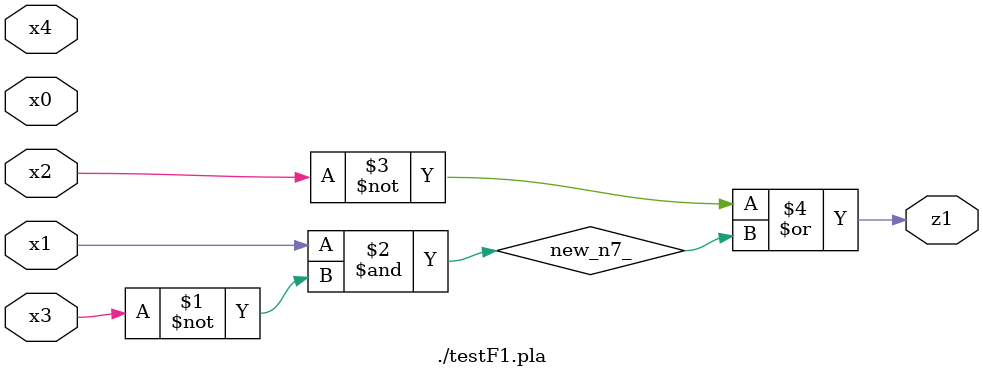
<source format=v>

module \./testF1.pla  ( 
    x0, x1, x2, x3, x4,
    z1  );
  input  x0, x1, x2, x3, x4;
  output z1;
  wire new_n7_;
  assign new_n7_ = x1 & ~x3;
  assign z1 = ~x2 | new_n7_;
endmodule



</source>
